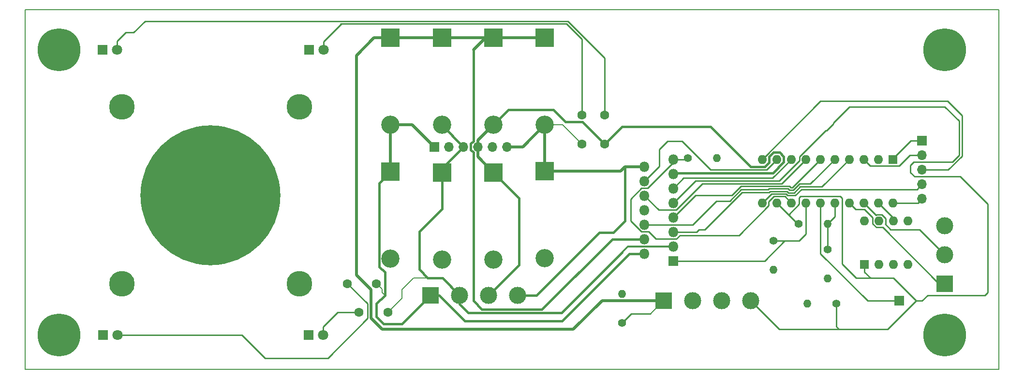
<source format=gtl>
G04 #@! TF.GenerationSoftware,KiCad,Pcbnew,(6.0.11)*
G04 #@! TF.CreationDate,2023-02-08T22:03:16+00:00*
G04 #@! TF.ProjectId,StepperDemoPCB,53746570-7065-4724-9465-6d6f5043422e,rev?*
G04 #@! TF.SameCoordinates,Original*
G04 #@! TF.FileFunction,Copper,L1,Top*
G04 #@! TF.FilePolarity,Positive*
%FSLAX46Y46*%
G04 Gerber Fmt 4.6, Leading zero omitted, Abs format (unit mm)*
G04 Created by KiCad (PCBNEW (6.0.11)) date 2023-02-08 22:03:16*
%MOMM*%
%LPD*%
G01*
G04 APERTURE LIST*
G04 #@! TA.AperFunction,NonConductor*
%ADD10C,0.200000*%
G04 #@! TD*
G04 #@! TA.AperFunction,ComponentPad*
%ADD11C,24.500000*%
G04 #@! TD*
G04 #@! TA.AperFunction,ComponentPad*
%ADD12C,4.500000*%
G04 #@! TD*
G04 #@! TA.AperFunction,ComponentPad*
%ADD13O,1.700000X1.700000*%
G04 #@! TD*
G04 #@! TA.AperFunction,ComponentPad*
%ADD14R,1.700000X1.700000*%
G04 #@! TD*
G04 #@! TA.AperFunction,ComponentPad*
%ADD15C,7.500000*%
G04 #@! TD*
G04 #@! TA.AperFunction,ComponentPad*
%ADD16C,1.600000*%
G04 #@! TD*
G04 #@! TA.AperFunction,ComponentPad*
%ADD17C,1.400000*%
G04 #@! TD*
G04 #@! TA.AperFunction,ComponentPad*
%ADD18O,1.400000X1.400000*%
G04 #@! TD*
G04 #@! TA.AperFunction,ComponentPad*
%ADD19R,1.800000X1.800000*%
G04 #@! TD*
G04 #@! TA.AperFunction,ComponentPad*
%ADD20C,1.800000*%
G04 #@! TD*
G04 #@! TA.AperFunction,ComponentPad*
%ADD21R,3.200000X3.200000*%
G04 #@! TD*
G04 #@! TA.AperFunction,ComponentPad*
%ADD22O,3.200000X3.200000*%
G04 #@! TD*
G04 #@! TA.AperFunction,ComponentPad*
%ADD23R,3.000000X3.000000*%
G04 #@! TD*
G04 #@! TA.AperFunction,ComponentPad*
%ADD24C,3.000000*%
G04 #@! TD*
G04 #@! TA.AperFunction,ComponentPad*
%ADD25R,1.600000X1.600000*%
G04 #@! TD*
G04 #@! TA.AperFunction,ComponentPad*
%ADD26O,1.600000X1.600000*%
G04 #@! TD*
G04 #@! TA.AperFunction,ComponentPad*
%ADD27O,1.800000X1.800000*%
G04 #@! TD*
G04 #@! TA.AperFunction,Conductor*
%ADD28C,0.250000*%
G04 #@! TD*
G04 #@! TA.AperFunction,Conductor*
%ADD29C,0.500000*%
G04 #@! TD*
G04 #@! TA.AperFunction,Conductor*
%ADD30C,0.400000*%
G04 #@! TD*
G04 #@! TA.AperFunction,Conductor*
%ADD31C,0.300000*%
G04 #@! TD*
G04 #@! TA.AperFunction,Conductor*
%ADD32C,0.200000*%
G04 #@! TD*
G04 APERTURE END LIST*
D10*
X34000000Y-100000000D02*
X204500000Y-100000000D01*
X204500000Y-100000000D02*
X204500000Y-37000000D01*
X204500000Y-37000000D02*
X34000000Y-37000000D01*
X34000000Y-37000000D02*
X34000000Y-100000000D01*
D11*
X66500000Y-69500000D03*
D12*
X51000000Y-54000000D03*
X82000000Y-54000000D03*
X51000000Y-85000000D03*
X82000000Y-85000000D03*
D13*
X118350000Y-61000000D03*
X115810000Y-61000000D03*
X113270000Y-61000000D03*
X110730000Y-61000000D03*
X108190000Y-61000000D03*
D14*
X105650000Y-61000000D03*
D15*
X195000000Y-94000000D03*
X40000000Y-94000000D03*
X195000000Y-44000000D03*
X40000000Y-44000000D03*
D16*
X97535000Y-90000000D03*
X92455000Y-90000000D03*
D17*
X169420000Y-74500000D03*
D18*
X174500000Y-74500000D03*
D19*
X47655000Y-94000000D03*
D20*
X50195000Y-94000000D03*
D16*
X135500000Y-60535000D03*
X135500000Y-55455000D03*
D14*
X191025000Y-59950000D03*
D13*
X191025000Y-62490000D03*
X191025000Y-65030000D03*
X191025000Y-67570000D03*
X191025000Y-70110000D03*
D14*
X187000000Y-88000000D03*
D16*
X131500000Y-60500000D03*
X131500000Y-55420000D03*
D17*
X175990000Y-88500000D03*
D18*
X170910000Y-88500000D03*
D21*
X98000000Y-65380000D03*
D22*
X98000000Y-80620000D03*
D21*
X125000000Y-65260000D03*
D22*
X125000000Y-80500000D03*
D23*
X105000000Y-87000000D03*
D24*
X110080000Y-87000000D03*
X115160000Y-87000000D03*
X120240000Y-87000000D03*
D19*
X83670000Y-94000000D03*
D20*
X86210000Y-94000000D03*
D21*
X98000000Y-41880000D03*
D22*
X98000000Y-57120000D03*
D23*
X145760000Y-88000000D03*
D24*
X150840000Y-88000000D03*
X155920000Y-88000000D03*
X161000000Y-88000000D03*
D23*
X195000000Y-85000000D03*
D24*
X195000000Y-79920000D03*
X195000000Y-74840000D03*
D21*
X116000000Y-65500000D03*
D22*
X116000000Y-80740000D03*
D21*
X125000000Y-41880000D03*
D22*
X125000000Y-57120000D03*
D21*
X107000000Y-41880000D03*
D22*
X107000000Y-57120000D03*
D17*
X165000000Y-77500000D03*
D18*
X165000000Y-82580000D03*
D19*
X83725000Y-44000000D03*
D20*
X86265000Y-44000000D03*
D17*
X138500000Y-91840000D03*
D18*
X138500000Y-86760000D03*
D17*
X150000000Y-63000000D03*
D18*
X155080000Y-63000000D03*
D25*
X185925000Y-63200000D03*
D26*
X183385000Y-63200000D03*
X180845000Y-63200000D03*
X178305000Y-63200000D03*
X175765000Y-63200000D03*
X173225000Y-63200000D03*
X170685000Y-63200000D03*
X168145000Y-63200000D03*
X165605000Y-63200000D03*
X163065000Y-63200000D03*
X163065000Y-70820000D03*
X165605000Y-70820000D03*
X168145000Y-70820000D03*
X170685000Y-70820000D03*
X173225000Y-70820000D03*
X175765000Y-70820000D03*
X178305000Y-70820000D03*
X180845000Y-70820000D03*
X183385000Y-70820000D03*
X185925000Y-70820000D03*
D25*
X180960000Y-81620000D03*
D26*
X183500000Y-81620000D03*
X186040000Y-81620000D03*
X188580000Y-81620000D03*
X188580000Y-74000000D03*
X186040000Y-74000000D03*
X183500000Y-74000000D03*
X180960000Y-74000000D03*
D21*
X107000000Y-65500000D03*
D22*
X107000000Y-80740000D03*
D21*
X116000000Y-41880000D03*
D22*
X116000000Y-57120000D03*
D17*
X174500000Y-79000000D03*
D18*
X174500000Y-84080000D03*
D19*
X47605000Y-44000000D03*
D20*
X50145000Y-44000000D03*
D16*
X90455000Y-85000000D03*
X95535000Y-85000000D03*
D19*
X147500000Y-81000000D03*
D27*
X142420000Y-79730000D03*
X147500000Y-78460000D03*
X142420000Y-77190000D03*
X147500000Y-75920000D03*
X142420000Y-74650000D03*
X147500000Y-73380000D03*
X142420000Y-72110000D03*
X147500000Y-70840000D03*
X142420000Y-69570000D03*
X147500000Y-68300000D03*
X142420000Y-67030000D03*
X147500000Y-65760000D03*
X142420000Y-64490000D03*
X147500000Y-63220000D03*
D28*
X193992500Y-85000000D02*
X195000000Y-85000000D01*
X184117500Y-75125000D02*
X193992500Y-85000000D01*
X190580000Y-75500000D02*
X195000000Y-79920000D01*
X185525000Y-75500000D02*
X190580000Y-75500000D01*
X185925000Y-70820000D02*
X190315000Y-70820000D01*
X190315000Y-70820000D02*
X191025000Y-70110000D01*
X169884188Y-68450000D02*
X190145000Y-68450000D01*
X164640000Y-69245000D02*
X167206396Y-69245000D01*
X167206396Y-69245000D02*
X167461396Y-69500000D01*
X163065000Y-70820000D02*
X164640000Y-69245000D01*
X167461396Y-69500000D02*
X168834188Y-69500000D01*
X168834188Y-69500000D02*
X169884188Y-68450000D01*
X190145000Y-68450000D02*
X191025000Y-67570000D01*
X189050000Y-59950000D02*
X191025000Y-59950000D01*
X188885000Y-62490000D02*
X191025000Y-62490000D01*
X198000000Y-62636396D02*
X195606396Y-65030000D01*
X198000000Y-55500000D02*
X198000000Y-62636396D01*
X195500000Y-53000000D02*
X198000000Y-55500000D01*
X173265000Y-53000000D02*
X195500000Y-53000000D01*
X163065000Y-63200000D02*
X173265000Y-53000000D01*
X195606396Y-65030000D02*
X191025000Y-65030000D01*
X191000000Y-88000000D02*
X190000000Y-88000000D01*
X192000000Y-87000000D02*
X191000000Y-88000000D01*
X197705000Y-66205000D02*
X202500000Y-71000000D01*
X189705000Y-66205000D02*
X197705000Y-66205000D01*
X189000000Y-65500000D02*
X189705000Y-66205000D01*
X189585000Y-63665000D02*
X189000000Y-64250000D01*
X196335000Y-63665000D02*
X189585000Y-63665000D01*
X197500000Y-62500000D02*
X196335000Y-63665000D01*
X197500000Y-56500000D02*
X197500000Y-62500000D01*
X195000000Y-54000000D02*
X197500000Y-56500000D01*
X202500000Y-86500000D02*
X202000000Y-87000000D01*
X178294010Y-54000000D02*
X195000000Y-54000000D01*
X175500000Y-56794010D02*
X178294010Y-54000000D01*
X175500000Y-57000000D02*
X175500000Y-56794010D01*
X174352995Y-58147005D02*
X175500000Y-57000000D01*
X174147005Y-58147005D02*
X174352995Y-58147005D01*
X189000000Y-64250000D02*
X189000000Y-65500000D01*
X169560000Y-63440000D02*
X169560000Y-62734009D01*
X166005000Y-66995000D02*
X169560000Y-63440000D01*
X202000000Y-87000000D02*
X192000000Y-87000000D01*
X151345000Y-66995000D02*
X166005000Y-66995000D01*
X169560000Y-62734009D02*
X174147005Y-58147005D01*
X147500000Y-70840000D02*
X151345000Y-66995000D01*
X202500000Y-71000000D02*
X202500000Y-86500000D01*
X86210000Y-92500000D02*
X86210000Y-94000000D01*
X72000000Y-94000000D02*
X50195000Y-94000000D01*
X93960000Y-91040000D02*
X87000000Y-98000000D01*
X87000000Y-98000000D02*
X76000000Y-98000000D01*
X76000000Y-98000000D02*
X72000000Y-94000000D01*
X93960000Y-88505000D02*
X93960000Y-91040000D01*
X90455000Y-85000000D02*
X93960000Y-88505000D01*
X50145000Y-42500000D02*
X50145000Y-44000000D01*
X86265000Y-42555000D02*
X89370000Y-39450000D01*
X91050000Y-39450000D02*
X89260000Y-39450000D01*
X89370000Y-39450000D02*
X91050000Y-39450000D01*
X128813604Y-39450000D02*
X91050000Y-39450000D01*
X86265000Y-42555000D02*
X86265000Y-44000000D01*
D29*
X101770000Y-57120000D02*
X105650000Y-61000000D01*
D30*
X110730000Y-61000000D02*
X107000000Y-57270000D01*
X107000000Y-64730000D02*
X110730000Y-61000000D01*
D29*
X113270000Y-59850000D02*
X113270000Y-61000000D01*
X113270000Y-61000000D02*
X113270000Y-62770000D01*
X116000000Y-57120000D02*
X113270000Y-59850000D01*
X113270000Y-62770000D02*
X116000000Y-65500000D01*
X121120000Y-61000000D02*
X118350000Y-61000000D01*
D30*
X112020000Y-60482233D02*
X112020000Y-61517767D01*
X112020000Y-61517767D02*
X112500000Y-61997767D01*
X112500000Y-60002233D02*
X112020000Y-60482233D01*
X136810000Y-77190000D02*
X142420000Y-77190000D01*
X112500000Y-44000000D02*
X112500000Y-60002233D01*
X124500000Y-89500000D02*
X136810000Y-77190000D01*
X114000000Y-89500000D02*
X124500000Y-89500000D01*
X112500000Y-61997767D02*
X112500000Y-88000000D01*
X112500000Y-88000000D02*
X114000000Y-89500000D01*
D31*
X147500000Y-78460000D02*
X139540000Y-78460000D01*
X139540000Y-78460000D02*
X138500000Y-79500000D01*
D30*
X128000000Y-90000000D02*
X138500000Y-79500000D01*
D29*
X114620000Y-41880000D02*
X112500000Y-44000000D01*
X116000000Y-41880000D02*
X114620000Y-41880000D01*
D28*
X145000000Y-64450000D02*
X142420000Y-67030000D01*
X149000000Y-60000000D02*
X146500000Y-60000000D01*
X145000000Y-61500000D02*
X145000000Y-64450000D01*
X163805000Y-65000000D02*
X154000000Y-65000000D01*
X146500000Y-60000000D02*
X145000000Y-61500000D01*
X165605000Y-63200000D02*
X163805000Y-65000000D01*
X154000000Y-65000000D02*
X149000000Y-60000000D01*
D30*
X138535000Y-57500000D02*
X135500000Y-60535000D01*
X161000000Y-64475000D02*
X154025000Y-57500000D01*
X163500000Y-64475000D02*
X161000000Y-64475000D01*
X164265000Y-63710000D02*
X163500000Y-64475000D01*
X164265000Y-62742462D02*
X164265000Y-63710000D01*
X154025000Y-57500000D02*
X138535000Y-57500000D01*
X165007462Y-62000000D02*
X164265000Y-62742462D01*
X166102057Y-62000000D02*
X165007462Y-62000000D01*
X166805000Y-62702943D02*
X166102057Y-62000000D01*
X166805000Y-63697057D02*
X166805000Y-62702943D01*
X164927057Y-65575000D02*
X166805000Y-63697057D01*
X147685000Y-65575000D02*
X164927057Y-65575000D01*
D28*
X149300000Y-66500000D02*
X147500000Y-68300000D01*
X164845000Y-66500000D02*
X149300000Y-66500000D01*
X168145000Y-63200000D02*
X164845000Y-66500000D01*
D30*
X139770000Y-79730000D02*
X142420000Y-79730000D01*
X128000000Y-91500000D02*
X139770000Y-79730000D01*
X111000000Y-91500000D02*
X128000000Y-91500000D01*
X106500000Y-87000000D02*
X111000000Y-91500000D01*
X105000000Y-87000000D02*
X106500000Y-87000000D01*
X127900000Y-90100000D02*
X128000000Y-90000000D01*
X111500000Y-90000000D02*
X111600000Y-90100000D01*
X110080000Y-88580000D02*
X111500000Y-90000000D01*
X111600000Y-90100000D02*
X127900000Y-90100000D01*
X110080000Y-87000000D02*
X110080000Y-88580000D01*
X123500000Y-87000000D02*
X120240000Y-87000000D01*
X134500000Y-76000000D02*
X123500000Y-87000000D01*
X139010000Y-73990000D02*
X139010000Y-64490000D01*
X137000000Y-76000000D02*
X139010000Y-73990000D01*
X134500000Y-76000000D02*
X137000000Y-76000000D01*
X131585000Y-56620000D02*
X135500000Y-60535000D01*
X107000000Y-65500000D02*
X107000000Y-64730000D01*
X95500000Y-90750000D02*
X95500000Y-88500000D01*
X95500000Y-88500000D02*
X97000000Y-87000000D01*
X100000000Y-92000000D02*
X96750000Y-92000000D01*
X105000000Y-87000000D02*
X100000000Y-92000000D01*
X96750000Y-92000000D02*
X95500000Y-90750000D01*
X107080000Y-84000000D02*
X110080000Y-87000000D01*
X104500000Y-84000000D02*
X107080000Y-84000000D01*
D32*
X100000000Y-87535000D02*
X97535000Y-90000000D01*
X100000000Y-86000000D02*
X100000000Y-87535000D01*
D30*
X107000000Y-71840000D02*
X107000000Y-65500000D01*
D32*
X104500000Y-84000000D02*
X102000000Y-84000000D01*
D30*
X103000000Y-82500000D02*
X103000000Y-75840000D01*
D32*
X102000000Y-84000000D02*
X100000000Y-86000000D01*
D30*
X104500000Y-84000000D02*
X103000000Y-82500000D01*
X103000000Y-75840000D02*
X107000000Y-71840000D01*
D32*
X107000000Y-57270000D02*
X107000000Y-57120000D01*
D28*
X186000000Y-84000000D02*
X190000000Y-88000000D01*
X182000000Y-84000000D02*
X186000000Y-84000000D01*
X185000000Y-93000000D02*
X190000000Y-88000000D01*
X177000000Y-93000000D02*
X185000000Y-93000000D01*
D30*
X118620000Y-54500000D02*
X116000000Y-57120000D01*
X128620000Y-56620000D02*
X126500000Y-54500000D01*
X131585000Y-56620000D02*
X128620000Y-56620000D01*
X126500000Y-54500000D02*
X118620000Y-54500000D01*
D29*
X116000000Y-41880000D02*
X113620000Y-41880000D01*
X113620000Y-41880000D02*
X107000000Y-41880000D01*
X125000000Y-57120000D02*
X121120000Y-61000000D01*
X125000000Y-57120000D02*
X125000000Y-65260000D01*
X139010000Y-64490000D02*
X142420000Y-64490000D01*
X138240000Y-65260000D02*
X139010000Y-64490000D01*
X138240000Y-65260000D02*
X125000000Y-65260000D01*
D32*
X128120000Y-57120000D02*
X131500000Y-60500000D01*
X125000000Y-57120000D02*
X128120000Y-57120000D01*
D29*
X98000000Y-57120000D02*
X101770000Y-57120000D01*
X98000000Y-57120000D02*
X98000000Y-65380000D01*
X116000000Y-41880000D02*
X125000000Y-41880000D01*
X98000000Y-41880000D02*
X107000000Y-41880000D01*
X95120000Y-41880000D02*
X98000000Y-41880000D01*
X92000000Y-45000000D02*
X95120000Y-41880000D01*
X92000000Y-83500000D02*
X92000000Y-45000000D01*
X94535000Y-86035000D02*
X92000000Y-83500000D01*
X94535000Y-91035000D02*
X94535000Y-86035000D01*
X96500000Y-93000000D02*
X94535000Y-91035000D01*
X130000000Y-93000000D02*
X96500000Y-93000000D01*
X135000000Y-88000000D02*
X130000000Y-93000000D01*
X145760000Y-88000000D02*
X135000000Y-88000000D01*
D28*
X131500000Y-42136396D02*
X128813604Y-39450000D01*
X131500000Y-55420000D02*
X131500000Y-42136396D01*
X129000000Y-39000000D02*
X55000000Y-39000000D01*
X51645000Y-41000000D02*
X50145000Y-42500000D01*
X135500000Y-45500000D02*
X129000000Y-39000000D01*
X53000000Y-41000000D02*
X51645000Y-41000000D01*
X135500000Y-55455000D02*
X135500000Y-45500000D01*
X55000000Y-39000000D02*
X53000000Y-41000000D01*
X180845000Y-63200000D02*
X181970000Y-64325000D01*
X181970000Y-64325000D02*
X187050000Y-64325000D01*
X187050000Y-64325000D02*
X188885000Y-62490000D01*
X185925000Y-63075000D02*
X189050000Y-59950000D01*
X185925000Y-63200000D02*
X185925000Y-63075000D01*
X148007412Y-72065000D02*
X144915000Y-72065000D01*
X152572412Y-67500000D02*
X148007412Y-72065000D01*
X144915000Y-72065000D02*
X142420000Y-69570000D01*
X159090812Y-67500000D02*
X152572412Y-67500000D01*
X159145812Y-67445000D02*
X159090812Y-67500000D01*
X166440000Y-67445000D02*
X159145812Y-67445000D01*
X170685000Y-63200000D02*
X166440000Y-67445000D01*
D32*
X96500000Y-85965000D02*
X95535000Y-85000000D01*
X96500000Y-86500000D02*
X96500000Y-85965000D01*
X97000000Y-87000000D02*
X96500000Y-86500000D01*
D28*
X166000000Y-93000000D02*
X177000000Y-93000000D01*
X161000000Y-88000000D02*
X166000000Y-93000000D01*
X176500000Y-93000000D02*
X177000000Y-93000000D01*
X176000000Y-92500000D02*
X176500000Y-93000000D01*
X176000000Y-88510000D02*
X176000000Y-92500000D01*
X175990000Y-88500000D02*
X176000000Y-88510000D01*
X173225000Y-79725000D02*
X181500000Y-88000000D01*
X173225000Y-70820000D02*
X173225000Y-79725000D01*
X181500000Y-88000000D02*
X187000000Y-88000000D01*
X86210000Y-92500000D02*
X88710000Y-90000000D01*
X88710000Y-90000000D02*
X92455000Y-90000000D01*
D30*
X97000000Y-87000000D02*
X97000000Y-85000000D01*
X97000000Y-85000000D02*
X97000000Y-83000000D01*
X96000000Y-67380000D02*
X98000000Y-65380000D01*
X97000000Y-83000000D02*
X96000000Y-82000000D01*
X96000000Y-82000000D02*
X96000000Y-67380000D01*
D32*
X143535000Y-90225000D02*
X145760000Y-88000000D01*
D28*
X138500000Y-91840000D02*
X140115000Y-90225000D01*
X140115000Y-90225000D02*
X143535000Y-90225000D01*
X169285000Y-74500000D02*
X169420000Y-74500000D01*
X169755000Y-69695000D02*
X176695000Y-69695000D01*
X180960000Y-82960000D02*
X182000000Y-84000000D01*
X165605000Y-70820000D02*
X167642500Y-72857500D01*
X167642500Y-72857500D02*
X169285000Y-74500000D01*
X176695000Y-69695000D02*
X177000000Y-70000000D01*
X167698491Y-72857500D02*
X169500000Y-71055991D01*
X177000000Y-81500000D02*
X179500000Y-84000000D01*
X180960000Y-81620000D02*
X180960000Y-82960000D01*
X169500000Y-71055991D02*
X169500000Y-69950000D01*
X169500000Y-69950000D02*
X169755000Y-69695000D01*
X179500000Y-84000000D02*
X182000000Y-84000000D01*
X177000000Y-70000000D02*
X177000000Y-81500000D01*
X167642500Y-72857500D02*
X167698491Y-72857500D01*
X174500000Y-74500000D02*
X175765000Y-73235000D01*
X175765000Y-73235000D02*
X175765000Y-70820000D01*
X174500000Y-74500000D02*
X174500000Y-79000000D01*
X167000000Y-77500000D02*
X163500000Y-81000000D01*
X170685000Y-70820000D02*
X170685000Y-76315000D01*
X165000000Y-77500000D02*
X167000000Y-77500000D01*
X169500000Y-77500000D02*
X167000000Y-77500000D01*
X170685000Y-76315000D02*
X169500000Y-77500000D01*
X163500000Y-81000000D02*
X147500000Y-81000000D01*
X143182588Y-75875000D02*
X141912588Y-75875000D01*
X167020000Y-69695000D02*
X165139009Y-69695000D01*
X168145000Y-70820000D02*
X167020000Y-69695000D01*
X158975991Y-76500000D02*
X148652412Y-76500000D01*
X164190000Y-71285991D02*
X158975991Y-76500000D01*
X148007412Y-77145000D02*
X144452588Y-77145000D01*
X141912588Y-75875000D02*
X140000000Y-73962412D01*
X148652412Y-76500000D02*
X148007412Y-77145000D01*
X144452588Y-77145000D02*
X143182588Y-75875000D01*
X140000000Y-73962412D02*
X140000000Y-70167588D01*
X164190000Y-70644009D02*
X164190000Y-71285991D01*
X149780000Y-63220000D02*
X150000000Y-63000000D01*
X165139009Y-69695000D02*
X164190000Y-70644009D01*
X147500000Y-63780000D02*
X147500000Y-63220000D01*
X141912588Y-68255000D02*
X143025000Y-68255000D01*
X143025000Y-68255000D02*
X147500000Y-63780000D01*
X147500000Y-63220000D02*
X149780000Y-63220000D01*
X140000000Y-70167588D02*
X141912588Y-68255000D01*
X164267208Y-68345000D02*
X164112208Y-68500000D01*
X167579188Y-68345000D02*
X164267208Y-68345000D01*
X157363604Y-70500000D02*
X155000000Y-70500000D01*
X171465000Y-67500000D02*
X169561396Y-67500000D01*
X155000000Y-70500000D02*
X150850000Y-74650000D01*
X168461396Y-68600000D02*
X167834188Y-68600000D01*
X167834188Y-68600000D02*
X167579188Y-68345000D01*
X159363604Y-68500000D02*
X157363604Y-70500000D01*
X169561396Y-67500000D02*
X168461396Y-68600000D01*
X175765000Y-63200000D02*
X171465000Y-67500000D01*
X164112208Y-68500000D02*
X159363604Y-68500000D01*
X150850000Y-74650000D02*
X142420000Y-74650000D01*
X183385000Y-70820000D02*
X186040000Y-73475000D01*
X186040000Y-73475000D02*
X186040000Y-74000000D01*
D30*
X120500000Y-81660000D02*
X120500000Y-70000000D01*
D32*
X147500000Y-65760000D02*
X147685000Y-65575000D01*
D30*
X115160000Y-87000000D02*
X120500000Y-81660000D01*
X120500000Y-70000000D02*
X116000000Y-65500000D01*
D28*
X183034009Y-75125000D02*
X184117500Y-75125000D01*
X179430000Y-71945000D02*
X180937500Y-71945000D01*
X178305000Y-70820000D02*
X179430000Y-71945000D01*
X182375000Y-74465991D02*
X183034009Y-75125000D01*
X182375000Y-73382500D02*
X182375000Y-74465991D01*
X180937500Y-71945000D02*
X182375000Y-73382500D01*
X183965991Y-72875000D02*
X183034009Y-72875000D01*
X184625000Y-74465991D02*
X184625000Y-73534009D01*
X183034009Y-72875000D02*
X182967004Y-72942004D01*
X185525000Y-75500000D02*
X184557995Y-74532995D01*
X182967004Y-72942004D02*
X180845000Y-70820000D01*
X184625000Y-73534009D02*
X183965991Y-72875000D01*
X184557995Y-74532995D02*
X184625000Y-74465991D01*
X167647792Y-69050000D02*
X167392792Y-68795000D01*
X173505000Y-68000000D02*
X169697792Y-68000000D01*
X159500000Y-69000000D02*
X153000000Y-75500000D01*
X152000000Y-75500000D02*
X151580000Y-75920000D01*
X164248604Y-69000000D02*
X159500000Y-69000000D01*
X164453604Y-68795000D02*
X164248604Y-69000000D01*
X169697792Y-68000000D02*
X168647792Y-69050000D01*
X151580000Y-75920000D02*
X147500000Y-75920000D01*
X153000000Y-75500000D02*
X152000000Y-75500000D01*
X168647792Y-69050000D02*
X167647792Y-69050000D01*
X167392792Y-68795000D02*
X164453604Y-68795000D01*
X178305000Y-63200000D02*
X173505000Y-68000000D01*
X147500000Y-73363604D02*
X147500000Y-73380000D01*
X168275000Y-68150000D02*
X168020584Y-68150000D01*
X157727208Y-69500000D02*
X151363604Y-69500000D01*
X159332208Y-67895000D02*
X157727208Y-69500000D01*
X168020584Y-68150000D02*
X167765584Y-67895000D01*
X151363604Y-69500000D02*
X147500000Y-73363604D01*
X167765584Y-67895000D02*
X159332208Y-67895000D01*
X173225000Y-63200000D02*
X168275000Y-68150000D01*
M02*

</source>
